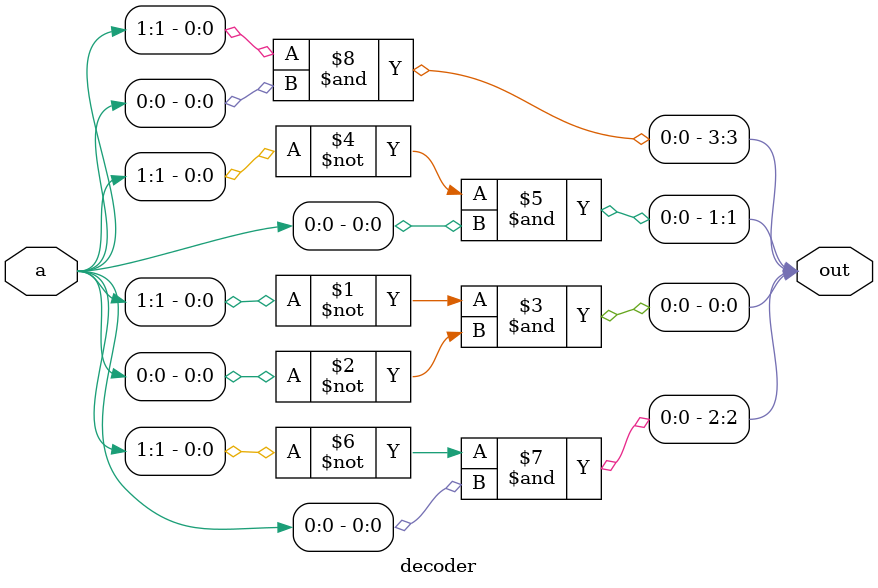
<source format=v>
module decoder (a, out);

input [1:0] a;
output [3:0] out;

assign out[0] = (~a[1]) & (~a[0]);
assign out[1] = (~a[1]) & (a[0]);
assign out[2] = (~a[1]) & (a[0]);
assign out[3] = (a[1]) & (a[0]);
    
endmodule
</source>
